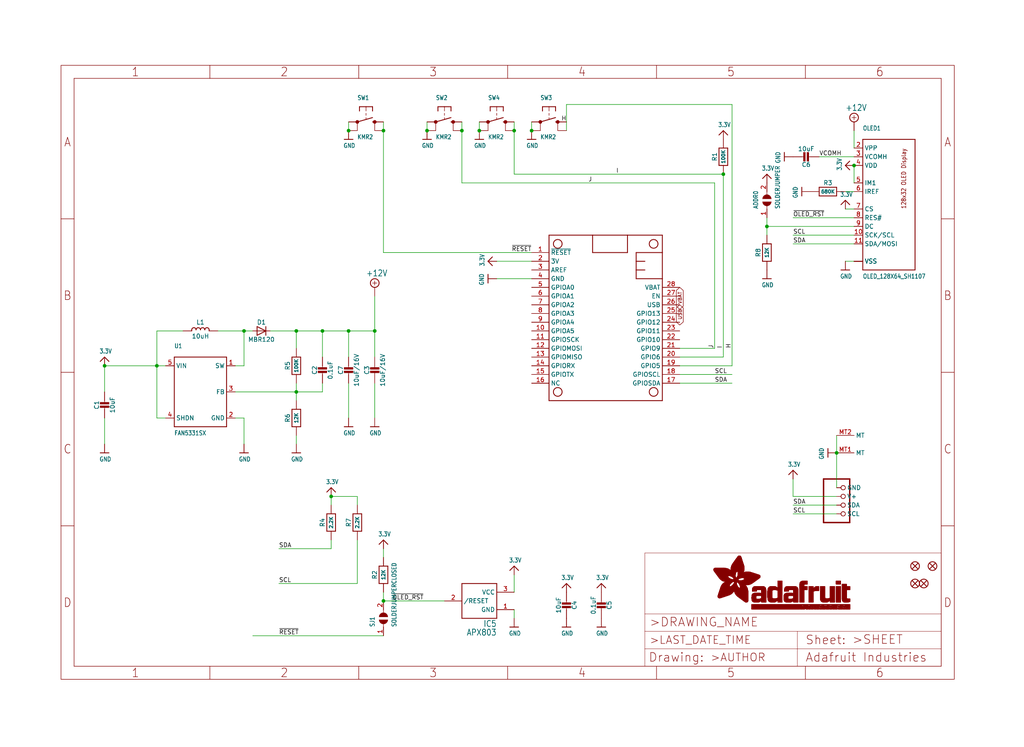
<source format=kicad_sch>
(kicad_sch (version 20211123) (generator eeschema)
  (paper "User" 298.45 217.881)
  (lib_symbols
    (symbol "eagleSchem-eagle-import:+12V" (power)
      (property "Value" "+12V" (at -2.54 3.175 0))
      (symbol "+12V_1_0"
        (pin power_in line (at 0 -2.54 90) (length 2.54) (name "+12V") (number "1"))
      )
    )
    (symbol "eagleSchem-eagle-import:3.3V" (power)
      (property "Value" "3.3V" (at -1.524 1.016 0))
      (symbol "3.3V_1_0"
        (pin power_in line (at 0 -2.54 90) (length 2.54) (name "3.3V") (number "1"))
      )
    )
    (symbol "eagleSchem-eagle-import:AXP083-SAG"
      (property "Reference" "IC" (at -5.08 -7.62 0))
      (property "Value" "AXP083-SAG" (at -5.08 -10.16 0))
      (symbol "AXP083-SAG_1_0"
        (pin power_in line (at -10.16 -2.54 0) (length 5.08) (name "GND") (number "1"))
        (pin output line (at 10.16 0 180) (length 5.08) (name "/RESET") (number "2"))
        (pin power_in line (at -10.16 2.54 0) (length 5.08) (name "VCC") (number "3"))
      )
    )
    (symbol "eagleSchem-eagle-import:CAP_CERAMIC0603_NO"
      (property "Reference" "C" (at -2.29 1.25 90))
      (property "Value" "CAP_CERAMIC0603_NO" (at 2.3 1.25 90))
      (symbol "CAP_CERAMIC0603_NO_1_0"
        (pin passive line (at 0 5.08 270) (length 2.54) (name "1") (number "1"))
        (pin passive line (at 0 -2.54 90) (length 2.54) (name "2") (number "2"))
      )
    )
    (symbol "eagleSchem-eagle-import:CAP_CERAMIC0805-NOOUTLINE"
      (property "Reference" "C" (at -2.29 1.25 90))
      (property "Value" "CAP_CERAMIC0805-NOOUTLINE" (at 2.3 1.25 90))
      (symbol "CAP_CERAMIC0805-NOOUTLINE_1_0"
        (pin passive line (at 0 5.08 270) (length 2.54) (name "1") (number "1"))
        (pin passive line (at 0 -2.54 90) (length 2.54) (name "2") (number "2"))
      )
    )
    (symbol "eagleSchem-eagle-import:DIODESOD-123"
      (property "Reference" "D" (at 0 2.54 0))
      (property "Value" "DIODESOD-123" (at 0 -2.5 0))
      (symbol "DIODESOD-123_1_0"
        (pin passive line (at -2.54 0 0) (length 2.54) (name "A") (number "A"))
        (pin passive line (at 2.54 0 180) (length 2.54) (name "C") (number "C"))
      )
    )
    (symbol "eagleSchem-eagle-import:FEATHERWING_NODIM"
      (symbol "FEATHERWING_NODIM_1_0"
        (pin input line (at 5.08 -5.08 90) (length 5.08) (name "~{RESET}") (number "1"))
        (pin bidirectional line (at 27.94 -5.08 90) (length 5.08) (name "GPIOA5") (number "10"))
        (pin bidirectional line (at 30.48 -5.08 90) (length 5.08) (name "GPIOSCK") (number "11"))
        (pin bidirectional line (at 33.02 -5.08 90) (length 5.08) (name "GPIOMOSI") (number "12"))
        (pin bidirectional line (at 35.56 -5.08 90) (length 5.08) (name "GPIOMISO") (number "13"))
        (pin bidirectional line (at 38.1 -5.08 90) (length 5.08) (name "GPIORX") (number "14"))
        (pin bidirectional line (at 40.64 -5.08 90) (length 5.08) (name "GPIOTX") (number "15"))
        (pin passive line (at 43.18 -5.08 90) (length 5.08) (name "NC") (number "16"))
        (pin bidirectional line (at 43.18 38.1 270) (length 5.08) (name "GPIOSDA") (number "17"))
        (pin bidirectional line (at 40.64 38.1 270) (length 5.08) (name "GPIOSCL") (number "18"))
        (pin bidirectional line (at 38.1 38.1 270) (length 5.08) (name "GPIO5") (number "19"))
        (pin power_in line (at 7.62 -5.08 90) (length 5.08) (name "3V") (number "2"))
        (pin bidirectional line (at 35.56 38.1 270) (length 5.08) (name "GPIO6") (number "20"))
        (pin bidirectional line (at 33.02 38.1 270) (length 5.08) (name "GPIO9") (number "21"))
        (pin bidirectional line (at 30.48 38.1 270) (length 5.08) (name "GPIO10") (number "22"))
        (pin bidirectional line (at 27.94 38.1 270) (length 5.08) (name "GPIO11") (number "23"))
        (pin bidirectional line (at 25.4 38.1 270) (length 5.08) (name "GPIO12") (number "24"))
        (pin bidirectional line (at 22.86 38.1 270) (length 5.08) (name "GPIO13") (number "25"))
        (pin power_in line (at 20.32 38.1 270) (length 5.08) (name "USB") (number "26"))
        (pin passive line (at 17.78 38.1 270) (length 5.08) (name "EN") (number "27"))
        (pin power_in line (at 15.24 38.1 270) (length 5.08) (name "VBAT") (number "28"))
        (pin passive line (at 10.16 -5.08 90) (length 5.08) (name "AREF") (number "3"))
        (pin power_in line (at 12.7 -5.08 90) (length 5.08) (name "GND") (number "4"))
        (pin bidirectional line (at 15.24 -5.08 90) (length 5.08) (name "GPIOA0") (number "5"))
        (pin bidirectional line (at 17.78 -5.08 90) (length 5.08) (name "GPIOA1") (number "6"))
        (pin bidirectional line (at 20.32 -5.08 90) (length 5.08) (name "GPIOA2") (number "7"))
        (pin bidirectional line (at 22.86 -5.08 90) (length 5.08) (name "GPIOA3") (number "8"))
        (pin bidirectional line (at 25.4 -5.08 90) (length 5.08) (name "GPIOA4") (number "9"))
      )
    )
    (symbol "eagleSchem-eagle-import:FIDUCIAL_1MM")
    (symbol "eagleSchem-eagle-import:FRAME_A4_ADAFRUIT"
      (symbol "FRAME_A4_ADAFRUIT_1_0"
        (text "1" (at 21.6958 1.905 0) (effects (font (size 2.54 2.286))))
        (text "1" (at 21.6958 177.165 0) (effects (font (size 2.54 2.286))))
        (text "2" (at 65.0875 1.905 0) (effects (font (size 2.54 2.286))))
        (text "2" (at 65.0875 177.165 0) (effects (font (size 2.54 2.286))))
        (text "3" (at 108.4792 1.905 0) (effects (font (size 2.54 2.286))))
        (text "3" (at 108.4792 177.165 0) (effects (font (size 2.54 2.286))))
        (text "4" (at 151.8708 1.905 0) (effects (font (size 2.54 2.286))))
        (text "4" (at 151.8708 177.165 0) (effects (font (size 2.54 2.286))))
        (text "5" (at 195.2625 1.905 0) (effects (font (size 2.54 2.286))))
        (text "5" (at 195.2625 177.165 0) (effects (font (size 2.54 2.286))))
        (text "6" (at 238.6542 1.905 0) (effects (font (size 2.54 2.286))))
        (text "6" (at 238.6542 177.165 0) (effects (font (size 2.54 2.286))))
        (text ">AUTHOR" (at 189.23 5.08 0) (effects (font (size 2.286 2.286)) (justify left bottom)))
        (text ">DRAWING_NAME" (at 171.45 15.24 0) (effects (font (size 2.54 2.54)) (justify left bottom)))
        (text ">LAST_DATE_TIME" (at 171.45 10.16 0) (effects (font (size 2.286 2.286)) (justify left bottom)))
        (text ">SHEET" (at 230.505 10.16 0) (effects (font (size 2.54 2.54)) (justify left bottom)))
        (text "A" (at 1.905 156.6863 0) (effects (font (size 2.54 2.286))))
        (text "A" (at 258.445 156.6863 0) (effects (font (size 2.54 2.286))))
        (text "Adafruit Industries" (at 216.916 4.953 0) (effects (font (size 2.54 2.54)) (justify left bottom)))
        (text "B" (at 1.905 111.9188 0) (effects (font (size 2.54 2.286))))
        (text "B" (at 258.445 111.9188 0) (effects (font (size 2.54 2.286))))
        (text "C" (at 1.905 67.1513 0) (effects (font (size 2.54 2.286))))
        (text "C" (at 258.445 67.1513 0) (effects (font (size 2.54 2.286))))
        (text "D" (at 1.905 22.3838 0) (effects (font (size 2.54 2.286))))
        (text "D" (at 258.445 22.3838 0) (effects (font (size 2.54 2.286))))
        (text "Drawing:" (at 171.196 4.953 0) (effects (font (size 2.54 2.54)) (justify left bottom)))
        (text "Sheet:" (at 216.916 10.033 0) (effects (font (size 2.54 2.54)) (justify left bottom)))
      )
    )
    (symbol "eagleSchem-eagle-import:GND" (power)
      (property "Value" "GND" (at -1.524 -2.54 0))
      (symbol "GND_1_0"
        (pin power_in line (at 0 2.54 270) (length 2.54) (name "GND") (number "1"))
      )
    )
    (symbol "eagleSchem-eagle-import:INDUCTOR"
      (property "Reference" "L" (at 0 2.54 0))
      (property "Value" "INDUCTOR" (at 0 -1.54 0))
      (symbol "INDUCTOR_1_0"
        (pin passive line (at -5.08 0 0) (length 2.54) (name "1") (number "P$1"))
        (pin passive line (at 5.08 0 180) (length 2.54) (name "2") (number "P$2"))
      )
    )
    (symbol "eagleSchem-eagle-import:OLED_128X64_SH1107"
      (property "Reference" "OLED" (at -7.62 22.86 0))
      (property "Value" "OLED_128X64_SH1107" (at -7.62 -20.32 0))
      (symbol "OLED_128X64_SH1107_1_0"
        (text "128x32 OLED Display" (at 5.08 0 900) (effects (font (size 1.27 1.0795)) (justify left bottom)))
        (pin power_in line (at -10.16 -15.24 0) (length 2.54) (name "VSS") (number "1"))
        (pin input line (at -10.16 -7.62 0) (length 2.54) (name "SCK/SCL") (number "10"))
        (pin input line (at -10.16 -10.16 0) (length 2.54) (name "SDA/MOSI") (number "11"))
        (pin power_in line (at -10.16 -15.24 0) (length 2.54) (name "VSS") (number "12"))
        (pin power_in line (at -10.16 -15.24 0) (length 2.54) (name "VSS") (number "13"))
        (pin power_in line (at -10.16 17.78 0) (length 2.54) (name "VPP") (number "2"))
        (pin power_in line (at -10.16 15.24 0) (length 2.54) (name "VCOMH") (number "3"))
        (pin power_in line (at -10.16 12.7 0) (length 2.54) (name "VDD") (number "4"))
        (pin input line (at -10.16 7.62 0) (length 2.54) (name "IM1") (number "5"))
        (pin bidirectional line (at -10.16 5.08 0) (length 2.54) (name "IREF") (number "6"))
        (pin input line (at -10.16 0 0) (length 2.54) (name "CS") (number "7"))
        (pin input line (at -10.16 -2.54 0) (length 2.54) (name "RES#") (number "8"))
        (pin input line (at -10.16 -5.08 0) (length 2.54) (name "DC") (number "9"))
      )
    )
    (symbol "eagleSchem-eagle-import:RESISTOR_0603_NOOUT"
      (property "Reference" "R" (at 0 2.54 0))
      (property "Value" "RESISTOR_0603_NOOUT" (at 0 0 0))
      (symbol "RESISTOR_0603_NOOUT_1_0"
        (pin passive line (at -5.08 0 0) (length 2.54) (name "1") (number "1"))
        (pin passive line (at 5.08 0 180) (length 2.54) (name "2") (number "2"))
      )
    )
    (symbol "eagleSchem-eagle-import:SOLDERJUMPER"
      (property "Reference" "SJ" (at -2.54 2.54 0))
      (property "Value" "SOLDERJUMPER" (at -2.54 -3.81 0))
      (symbol "SOLDERJUMPER_1_0"
        (pin passive line (at -5.08 0 0) (length 2.54) (name "1") (number "1"))
        (pin passive line (at 5.08 0 180) (length 2.54) (name "2") (number "2"))
      )
    )
    (symbol "eagleSchem-eagle-import:SOLDERJUMPERCLOSED"
      (property "Reference" "SJ" (at -2.54 2.54 0))
      (property "Value" "SOLDERJUMPERCLOSED" (at -2.54 -3.81 0))
      (symbol "SOLDERJUMPERCLOSED_1_0"
        (pin passive line (at -5.08 0 0) (length 2.54) (name "1") (number "1"))
        (pin passive line (at 5.08 0 180) (length 2.54) (name "2") (number "2"))
      )
    )
    (symbol "eagleSchem-eagle-import:STEMMA_I2C_QT"
      (symbol "STEMMA_I2C_QT_1_0"
        (pin passive inverted (at 0 5.08 0) (length 2.54) (name "GND") (number "1"))
        (pin passive inverted (at 0 2.54 0) (length 2.54) (name "V+") (number "2"))
        (pin passive inverted (at 0 0 0) (length 2.54) (name "SDA") (number "3"))
        (pin passive inverted (at 0 -2.54 0) (length 2.54) (name "SCL") (number "4"))
      )
      (symbol "STEMMA_I2C_QT_2_0"
        (pin bidirectional line (at 0 0 0) (length 5.08) (name "MT") (number "MT1"))
      )
      (symbol "STEMMA_I2C_QT_3_0"
        (pin bidirectional line (at 0 0 0) (length 5.08) (name "MT") (number "MT2"))
      )
    )
    (symbol "eagleSchem-eagle-import:SWITCH_TACT_SMT4.6X2.8"
      (property "Reference" "SW" (at -2.54 6.35 0))
      (property "Value" "SWITCH_TACT_SMT4.6X2.8" (at -2.54 -5.08 0))
      (symbol "SWITCH_TACT_SMT4.6X2.8_1_0"
        (pin passive line (at -5.08 0 0) (length 2.54) (name "P") (number "A"))
        (pin passive line (at -5.08 -2.54 0) (length 2.54) (name "P1") (number "A'"))
        (pin passive line (at 5.08 0 180) (length 2.54) (name "S") (number "B"))
        (pin passive line (at 5.08 -2.54 180) (length 2.54) (name "S1") (number "B'"))
      )
    )
    (symbol "eagleSchem-eagle-import:VREG_FAN5331"
      (property "Reference" "U" (at -7.62 12.7 0))
      (property "Value" "VREG_FAN5331" (at -7.62 -12.7 0))
      (symbol "VREG_FAN5331_1_0"
        (pin bidirectional line (at 10.16 7.62 180) (length 2.54) (name "SW") (number "1"))
        (pin bidirectional line (at 10.16 -7.62 180) (length 2.54) (name "GND") (number "2"))
        (pin bidirectional line (at 10.16 0 180) (length 2.54) (name "FB") (number "3"))
        (pin bidirectional line (at -10.16 -7.62 0) (length 2.54) (name "SHDN") (number "4"))
        (pin bidirectional line (at -10.16 7.62 0) (length 2.54) (name "VIN") (number "5"))
      )
    )
  )
  (junction (at 86.36 96.52))
  (junction (at 139.7 38.1))
  (junction (at 134.62 38.1))
  (junction (at 248.92 48.26))
  (junction (at 109.22 96.52))
  (junction (at 101.6 96.52))
  (junction (at 111.76 38.1))
  (junction (at 86.36 114.3))
  (junction (at 111.76 175.26))
  (junction (at 223.52 66.04))
  (junction (at 93.98 96.52))
  (junction (at 124.46 38.1))
  (junction (at 243.84 132.08))
  (junction (at 149.86 38.1))
  (junction (at 96.52 144.78))
  (junction (at 45.72 106.68))
  (junction (at 101.6 38.1))
  (junction (at 154.94 38.1))
  (junction (at 30.48 106.68))
  (junction (at 210.82 50.8))
  (junction (at 71.12 96.52))
  (wire (pts (xy 86.36 116.84) (xy 86.36 114.3)))
  (wire (pts (xy 93.98 114.3) (xy 93.98 111.76)))
  (wire (pts (xy 246.38 60.96) (xy 248.92 60.96)))
  (wire (pts (xy 149.86 177.8) (xy 149.86 180.34)))
  (wire (pts (xy 231.14 149.86) (xy 243.84 149.86)))
  (wire (pts (xy 231.14 63.5) (xy 248.92 63.5)))
  (wire (pts (xy 109.22 96.52) (xy 109.22 104.14)))
  (wire (pts (xy 101.6 35.56) (xy 101.6 38.1)))
  (wire (pts (xy 63.5 96.52) (xy 71.12 96.52)))
  (wire (pts (xy 144.78 76.2) (xy 154.94 76.2)))
  (wire (pts (xy 86.36 114.3) (xy 86.36 111.76)))
  (wire (pts (xy 129.54 175.26) (xy 111.76 175.26)))
  (wire (pts (xy 104.14 170.18) (xy 81.28 170.18)))
  (wire (pts (xy 96.52 160.02) (xy 81.28 160.02)))
  (wire (pts (xy 45.72 106.68) (xy 45.72 96.52)))
  (wire (pts (xy 78.74 96.52) (xy 86.36 96.52)))
  (wire (pts (xy 198.12 109.22) (xy 213.36 109.22)))
  (wire (pts (xy 246.38 76.2) (xy 248.92 76.2)))
  (wire (pts (xy 139.7 35.56) (xy 139.7 38.1)))
  (wire (pts (xy 149.86 38.1) (xy 149.86 50.8)))
  (wire (pts (xy 45.72 121.92) (xy 45.72 106.68)))
  (wire (pts (xy 231.14 144.78) (xy 231.14 139.7)))
  (wire (pts (xy 243.84 147.32) (xy 231.14 147.32)))
  (wire (pts (xy 109.22 96.52) (xy 109.22 86.36)))
  (wire (pts (xy 231.14 68.58) (xy 248.92 68.58)))
  (wire (pts (xy 243.84 132.08) (xy 243.84 142.24)))
  (wire (pts (xy 243.84 144.78) (xy 231.14 144.78)))
  (wire (pts (xy 71.12 96.52) (xy 71.12 106.68)))
  (wire (pts (xy 93.98 104.14) (xy 93.98 96.52)))
  (wire (pts (xy 198.12 106.68) (xy 213.36 106.68)))
  (wire (pts (xy 111.76 38.1) (xy 111.76 73.66)))
  (wire (pts (xy 96.52 147.32) (xy 96.52 144.78)))
  (wire (pts (xy 71.12 106.68) (xy 68.58 106.68)))
  (wire (pts (xy 111.76 175.26) (xy 111.76 172.72)))
  (wire (pts (xy 165.1 30.48) (xy 165.1 38.1)))
  (wire (pts (xy 134.62 35.56) (xy 134.62 38.1)))
  (wire (pts (xy 111.76 73.66) (xy 154.94 73.66)))
  (wire (pts (xy 71.12 121.92) (xy 71.12 129.54)))
  (wire (pts (xy 68.58 121.92) (xy 71.12 121.92)))
  (wire (pts (xy 248.92 38.1) (xy 248.92 43.18)))
  (wire (pts (xy 111.76 185.42) (xy 73.66 185.42)))
  (wire (pts (xy 246.38 55.88) (xy 248.92 55.88)))
  (wire (pts (xy 124.46 35.56) (xy 124.46 38.1)))
  (wire (pts (xy 45.72 96.52) (xy 53.34 96.52)))
  (wire (pts (xy 104.14 157.48) (xy 104.14 170.18)))
  (wire (pts (xy 223.52 66.04) (xy 248.92 66.04)))
  (wire (pts (xy 109.22 111.76) (xy 109.22 121.92)))
  (wire (pts (xy 134.62 53.34) (xy 208.28 53.34)))
  (wire (pts (xy 93.98 96.52) (xy 101.6 96.52)))
  (wire (pts (xy 30.48 121.92) (xy 30.48 129.54)))
  (wire (pts (xy 223.52 63.5) (xy 223.52 66.04)))
  (wire (pts (xy 248.92 71.12) (xy 231.14 71.12)))
  (wire (pts (xy 210.82 50.8) (xy 210.82 104.14)))
  (wire (pts (xy 213.36 30.48) (xy 213.36 106.68)))
  (wire (pts (xy 104.14 144.78) (xy 96.52 144.78)))
  (wire (pts (xy 48.26 121.92) (xy 45.72 121.92)))
  (wire (pts (xy 248.92 48.26) (xy 248.92 53.34)))
  (wire (pts (xy 208.28 53.34) (xy 208.28 101.6)))
  (wire (pts (xy 86.36 114.3) (xy 93.98 114.3)))
  (wire (pts (xy 48.26 106.68) (xy 45.72 106.68)))
  (wire (pts (xy 165.1 30.48) (xy 213.36 30.48)))
  (wire (pts (xy 198.12 104.14) (xy 210.82 104.14)))
  (wire (pts (xy 149.86 50.8) (xy 210.82 50.8)))
  (wire (pts (xy 238.76 45.72) (xy 248.92 45.72)))
  (wire (pts (xy 111.76 35.56) (xy 111.76 38.1)))
  (wire (pts (xy 198.12 111.76) (xy 213.36 111.76)))
  (wire (pts (xy 111.76 162.56) (xy 111.76 160.02)))
  (wire (pts (xy 154.94 35.56) (xy 154.94 38.1)))
  (wire (pts (xy 30.48 106.68) (xy 30.48 114.3)))
  (wire (pts (xy 86.36 127) (xy 86.36 129.54)))
  (wire (pts (xy 101.6 96.52) (xy 101.6 104.14)))
  (wire (pts (xy 149.86 172.72) (xy 149.86 167.64)))
  (wire (pts (xy 101.6 121.92) (xy 101.6 111.76)))
  (wire (pts (xy 149.86 35.56) (xy 149.86 38.1)))
  (wire (pts (xy 223.52 66.04) (xy 223.52 68.58)))
  (wire (pts (xy 68.58 114.3) (xy 86.36 114.3)))
  (wire (pts (xy 96.52 160.02) (xy 96.52 157.48)))
  (wire (pts (xy 243.84 127) (xy 243.84 132.08)))
  (wire (pts (xy 86.36 96.52) (xy 93.98 96.52)))
  (wire (pts (xy 198.12 101.6) (xy 208.28 101.6)))
  (wire (pts (xy 134.62 38.1) (xy 134.62 53.34)))
  (wire (pts (xy 101.6 96.52) (xy 109.22 96.52)))
  (wire (pts (xy 86.36 96.52) (xy 86.36 101.6)))
  (wire (pts (xy 45.72 106.68) (xy 30.48 106.68)))
  (wire (pts (xy 71.12 96.52) (xy 73.66 96.52)))
  (wire (pts (xy 104.14 147.32) (xy 104.14 144.78)))
  (wire (pts (xy 144.78 81.28) (xy 154.94 81.28)))
  (label "~{RESET}" (at 154.94 73.66 180) (effects (font (size 1.2446 1.2446))))
  (label "SDA" (at 208.28 111.76 0) (effects (font (size 1.2446 1.2446))))
  (label "J" (at 208.28 101.6 90) (effects (font (size 1.2446 1.2446))))
  (label "H" (at 213.36 101.6 90) (effects (font (size 1.2446 1.2446))))
  (label "I" (at 210.82 101.6 90) (effects (font (size 1.2446 1.2446))))
  (label "SCL" (at 231.14 68.58 0) (effects (font (size 1.2446 1.2446))))
  (label "SDA" (at 231.14 71.12 0) (effects (font (size 1.2446 1.2446))))
  (label "VCOMH" (at 238.76 45.72 0) (effects (font (size 1.2446 1.2446))))
  (label "J" (at 171.45 53.34 0) (effects (font (size 1.2446 1.2446))))
  (label "I" (at 180.34 50.8 180) (effects (font (size 1.2446 1.2446))))
  (label "~{OLED_RST}" (at 114.3 175.26 0) (effects (font (size 1.2446 1.2446))))
  (label "SCL" (at 208.28 109.22 0) (effects (font (size 1.2446 1.2446))))
  (label "~{RESET}" (at 81.28 185.42 0) (effects (font (size 1.2446 1.2446))))
  (label "SDA" (at 231.14 147.32 0) (effects (font (size 1.2446 1.2446))))
  (label "SCL" (at 231.14 149.86 0) (effects (font (size 1.2446 1.2446))))
  (label "SCL" (at 81.28 170.18 0) (effects (font (size 1.2446 1.2446))))
  (label "~{OLED_RST}" (at 231.14 63.5 0) (effects (font (size 1.2446 1.2446))))
  (label "SDA" (at 81.28 160.02 0) (effects (font (size 1.2446 1.2446))))
  (label "H" (at 165.1 35.56 180) (effects (font (size 1.2446 1.2446))))
  (global_label "USB" (shape bidirectional) (at 198.12 88.9 270) (effects (font (size 1.016 1.016))) (property "Intersheet References" "${INTERSHEET_REFS}" (effects hide)))
  (global_label "VBAT" (shape bidirectional) (at 198.12 83.82 270) (effects (font (size 1.016 1.016))) (property "Intersheet References" "${INTERSHEET_REFS}" (effects hide)))
  (symbol (lib_id "eagleSchem-eagle-import:RESISTOR_0603_NOOUT") (at 96.52 152.4 90) (unit 1)
    (property "Reference" "R4" (at 93.98 152.4 0))
    (property "Value" "2.2K" (at 96.52 152.4 0) (effects (font (size 1.016 1.016) bold)))
    (property "Footprint" "eagleSchem:0603-NO" (effects hide))
  )
  (symbol (lib_id "eagleSchem-eagle-import:3.3V") (at 246.38 58.42 0) (unit 1)
    (property "Reference" "#U$2" (effects hide))
    (property "Value" "3.3V" (at 244.856 57.404 0) (effects (font (size 1.27 1.0795)) (justify left bottom)))
    (property "Footprint" "eagleSchem:" (effects hide))
  )
  (symbol (lib_id "eagleSchem-eagle-import:STEMMA_I2C_QT") (at 243.84 132.08 0) (unit 2)
    (property "Reference" "CONN1" (effects hide))
    (property "Value" "STEMMA_I2C_QT" (effects hide))
    (property "Footprint" "eagleSchem:JST_SH4" (effects hide))
  )
  (symbol (lib_id "eagleSchem-eagle-import:CAP_CERAMIC0805-NOOUTLINE") (at 109.22 109.22 0) (unit 1)
    (property "Reference" "C3" (at 106.93 107.97 90))
    (property "Value" "10uF/16V" (at 111.52 107.97 90))
    (property "Footprint" "eagleSchem:0805-NO" (effects hide))
  )
  (symbol (lib_id "eagleSchem-eagle-import:AXP083-SAG") (at 139.7 175.26 0) (mirror y) (unit 1)
    (property "Reference" "IC5" (at 144.78 182.88 0) (effects (font (size 1.778 1.5113)) (justify left bottom)))
    (property "Value" "APX803" (at 144.78 185.42 0) (effects (font (size 1.778 1.5113)) (justify left bottom)))
    (property "Footprint" "eagleSchem:SOT23" (effects hide))
  )
  (symbol (lib_id "eagleSchem-eagle-import:3.3V") (at 246.38 48.26 90) (unit 1)
    (property "Reference" "#U$15" (effects hide))
    (property "Value" "3.3V" (at 245.364 49.784 0) (effects (font (size 1.27 1.0795)) (justify left bottom)))
    (property "Footprint" "eagleSchem:" (effects hide))
  )
  (symbol (lib_id "eagleSchem-eagle-import:3.3V") (at 210.82 38.1 0) (unit 1)
    (property "Reference" "#U$3" (effects hide))
    (property "Value" "3.3V" (at 209.296 37.084 0) (effects (font (size 1.27 1.0795)) (justify left bottom)))
    (property "Footprint" "eagleSchem:" (effects hide))
  )
  (symbol (lib_id "eagleSchem-eagle-import:3.3V") (at 175.26 170.18 0) (unit 1)
    (property "Reference" "#U$33" (effects hide))
    (property "Value" "3.3V" (at 173.736 169.164 0) (effects (font (size 1.27 1.0795)) (justify left bottom)))
    (property "Footprint" "eagleSchem:" (effects hide))
  )
  (symbol (lib_id "eagleSchem-eagle-import:VREG_FAN5331") (at 58.42 114.3 0) (unit 1)
    (property "Reference" "U1" (at 50.8 101.6 0) (effects (font (size 1.27 1.0795)) (justify left bottom)))
    (property "Value" "FAN5331SX" (at 50.8 127 0) (effects (font (size 1.27 1.0795)) (justify left bottom)))
    (property "Footprint" "eagleSchem:SOT23-5" (effects hide))
  )
  (symbol (lib_id "eagleSchem-eagle-import:GND") (at 175.26 182.88 0) (unit 1)
    (property "Reference" "#U$34" (effects hide))
    (property "Value" "GND" (at 173.736 185.42 0) (effects (font (size 1.27 1.0795)) (justify left bottom)))
    (property "Footprint" "eagleSchem:" (effects hide))
  )
  (symbol (lib_id "eagleSchem-eagle-import:CAP_CERAMIC0805-NOOUTLINE") (at 30.48 119.38 0) (unit 1)
    (property "Reference" "C1" (at 28.19 118.13 90))
    (property "Value" "10uF" (at 32.78 118.13 90))
    (property "Footprint" "eagleSchem:0805-NO" (effects hide))
  )
  (symbol (lib_id "eagleSchem-eagle-import:GND") (at 154.94 40.64 0) (unit 1)
    (property "Reference" "#U$12" (effects hide))
    (property "Value" "GND" (at 153.416 43.18 0) (effects (font (size 1.27 1.0795)) (justify left bottom)))
    (property "Footprint" "eagleSchem:" (effects hide))
  )
  (symbol (lib_id "eagleSchem-eagle-import:FIDUCIAL_1MM") (at 269.24 170.18 0) (unit 1)
    (property "Reference" "FID4" (effects hide))
    (property "Value" "FIDUCIAL_1MM" (effects hide))
    (property "Footprint" "eagleSchem:FIDUCIAL_1MM" (effects hide))
  )
  (symbol (lib_id "eagleSchem-eagle-import:GND") (at 241.3 132.08 270) (unit 1)
    (property "Reference" "#U$29" (effects hide))
    (property "Value" "GND" (at 238.76 130.556 0) (effects (font (size 1.27 1.0795)) (justify left bottom)))
    (property "Footprint" "eagleSchem:" (effects hide))
  )
  (symbol (lib_id "eagleSchem-eagle-import:CAP_CERAMIC0805-NOOUTLINE") (at 101.6 109.22 0) (unit 1)
    (property "Reference" "C7" (at 99.31 107.97 90))
    (property "Value" "10uF/16V" (at 103.9 107.97 90))
    (property "Footprint" "eagleSchem:0805-NO" (effects hide))
  )
  (symbol (lib_id "eagleSchem-eagle-import:FIDUCIAL_1MM") (at 266.7 170.18 0) (unit 1)
    (property "Reference" "FID3" (effects hide))
    (property "Value" "FIDUCIAL_1MM" (effects hide))
    (property "Footprint" "eagleSchem:FIDUCIAL_1MM" (effects hide))
  )
  (symbol (lib_id "eagleSchem-eagle-import:GND") (at 109.22 124.46 0) (unit 1)
    (property "Reference" "#U$26" (effects hide))
    (property "Value" "GND" (at 107.696 127 0) (effects (font (size 1.27 1.0795)) (justify left bottom)))
    (property "Footprint" "eagleSchem:" (effects hide))
  )
  (symbol (lib_id "eagleSchem-eagle-import:SWITCH_TACT_SMT4.6X2.8") (at 106.68 35.56 0) (unit 1)
    (property "Reference" "SW1" (at 104.14 29.21 0) (effects (font (size 1.27 1.0795)) (justify left bottom)))
    (property "Value" "KMR2" (at 104.14 40.64 0) (effects (font (size 1.27 1.0795)) (justify left bottom)))
    (property "Footprint" "eagleSchem:BTN_KMR2_4.6X2.8" (effects hide))
  )
  (symbol (lib_id "eagleSchem-eagle-import:GND") (at 124.46 40.64 0) (unit 1)
    (property "Reference" "#U$10" (effects hide))
    (property "Value" "GND" (at 122.936 43.18 0) (effects (font (size 1.27 1.0795)) (justify left bottom)))
    (property "Footprint" "eagleSchem:" (effects hide))
  )
  (symbol (lib_id "eagleSchem-eagle-import:3.3V") (at 223.52 50.8 0) (unit 1)
    (property "Reference" "#U$30" (effects hide))
    (property "Value" "3.3V" (at 221.996 49.784 0) (effects (font (size 1.27 1.0795)) (justify left bottom)))
    (property "Footprint" "eagleSchem:" (effects hide))
  )
  (symbol (lib_id "eagleSchem-eagle-import:RESISTOR_0603_NOOUT") (at 86.36 121.92 90) (unit 1)
    (property "Reference" "R6" (at 83.82 121.92 0))
    (property "Value" "12K" (at 86.36 121.92 0) (effects (font (size 1.016 1.016) bold)))
    (property "Footprint" "eagleSchem:0603-NO" (effects hide))
  )
  (symbol (lib_id "eagleSchem-eagle-import:3.3V") (at 111.76 157.48 0) (unit 1)
    (property "Reference" "#U$21" (effects hide))
    (property "Value" "3.3V" (at 110.236 156.464 0) (effects (font (size 1.27 1.0795)) (justify left bottom)))
    (property "Footprint" "eagleSchem:" (effects hide))
  )
  (symbol (lib_id "eagleSchem-eagle-import:GND") (at 233.68 55.88 270) (unit 1)
    (property "Reference" "#U$19" (effects hide))
    (property "Value" "GND" (at 231.14 54.356 0) (effects (font (size 1.27 1.0795)) (justify left bottom)))
    (property "Footprint" "eagleSchem:" (effects hide))
  )
  (symbol (lib_id "eagleSchem-eagle-import:STEMMA_I2C_QT") (at 243.84 147.32 0) (unit 1)
    (property "Reference" "CONN1" (effects hide))
    (property "Value" "STEMMA_I2C_QT" (effects hide))
    (property "Footprint" "eagleSchem:JST_SH4" (effects hide))
  )
  (symbol (lib_id "eagleSchem-eagle-import:SWITCH_TACT_SMT4.6X2.8") (at 144.78 35.56 0) (unit 1)
    (property "Reference" "SW4" (at 142.24 29.21 0) (effects (font (size 1.27 1.0795)) (justify left bottom)))
    (property "Value" "KMR2" (at 142.24 40.64 0) (effects (font (size 1.27 1.0795)) (justify left bottom)))
    (property "Footprint" "eagleSchem:BTN_KMR2_4.6X2.8" (effects hide))
  )
  (symbol (lib_id "eagleSchem-eagle-import:+12V") (at 248.92 35.56 0) (unit 1)
    (property "Reference" "#SUPPLY1" (effects hide))
    (property "Value" "+12V" (at 246.38 32.385 0) (effects (font (size 1.778 1.5113)) (justify left bottom)))
    (property "Footprint" "eagleSchem:" (effects hide))
  )
  (symbol (lib_id "eagleSchem-eagle-import:SWITCH_TACT_SMT4.6X2.8") (at 129.54 35.56 0) (unit 1)
    (property "Reference" "SW2" (at 127 29.21 0) (effects (font (size 1.27 1.0795)) (justify left bottom)))
    (property "Value" "KMR2" (at 127 40.64 0) (effects (font (size 1.27 1.0795)) (justify left bottom)))
    (property "Footprint" "eagleSchem:BTN_KMR2_4.6X2.8" (effects hide))
  )
  (symbol (lib_id "eagleSchem-eagle-import:SWITCH_TACT_SMT4.6X2.8") (at 160.02 35.56 0) (unit 1)
    (property "Reference" "SW3" (at 157.48 29.21 0) (effects (font (size 1.27 1.0795)) (justify left bottom)))
    (property "Value" "KMR2" (at 157.48 40.64 0) (effects (font (size 1.27 1.0795)) (justify left bottom)))
    (property "Footprint" "eagleSchem:BTN_KMR2_4.6X2.8" (effects hide))
  )
  (symbol (lib_id "eagleSchem-eagle-import:3.3V") (at 149.86 165.1 0) (unit 1)
    (property "Reference" "#U$31" (effects hide))
    (property "Value" "3.3V" (at 148.336 164.084 0) (effects (font (size 1.27 1.0795)) (justify left bottom)))
    (property "Footprint" "eagleSchem:" (effects hide))
  )
  (symbol (lib_id "eagleSchem-eagle-import:GND") (at 30.48 132.08 0) (unit 1)
    (property "Reference" "#U$24" (effects hide))
    (property "Value" "GND" (at 28.956 134.62 0) (effects (font (size 1.27 1.0795)) (justify left bottom)))
    (property "Footprint" "eagleSchem:" (effects hide))
  )
  (symbol (lib_id "eagleSchem-eagle-import:FIDUCIAL_1MM") (at 266.7 165.1 0) (unit 1)
    (property "Reference" "FID2" (effects hide))
    (property "Value" "FIDUCIAL_1MM" (effects hide))
    (property "Footprint" "eagleSchem:FIDUCIAL_1MM" (effects hide))
  )
  (symbol (lib_id "eagleSchem-eagle-import:RESISTOR_0603_NOOUT") (at 210.82 45.72 90) (unit 1)
    (property "Reference" "R1" (at 208.28 45.72 0))
    (property "Value" "100K" (at 210.82 45.72 0) (effects (font (size 1.016 1.016) bold)))
    (property "Footprint" "eagleSchem:0603-NO" (effects hide))
  )
  (symbol (lib_id "eagleSchem-eagle-import:3.3V") (at 30.48 104.14 0) (unit 1)
    (property "Reference" "#U$28" (effects hide))
    (property "Value" "3.3V" (at 28.956 103.124 0) (effects (font (size 1.27 1.0795)) (justify left bottom)))
    (property "Footprint" "eagleSchem:" (effects hide))
  )
  (symbol (lib_id "eagleSchem-eagle-import:GND") (at 86.36 132.08 0) (unit 1)
    (property "Reference" "#U$5" (effects hide))
    (property "Value" "GND" (at 84.836 134.62 0) (effects (font (size 1.27 1.0795)) (justify left bottom)))
    (property "Footprint" "eagleSchem:" (effects hide))
  )
  (symbol (lib_id "eagleSchem-eagle-import:SOLDERJUMPERCLOSED") (at 111.76 180.34 90) (unit 1)
    (property "Reference" "SJ1" (at 109.22 182.88 0) (effects (font (size 1.27 1.0795)) (justify left bottom)))
    (property "Value" "SOLDERJUMPERCLOSED" (at 115.57 182.88 0) (effects (font (size 1.27 1.0795)) (justify left bottom)))
    (property "Footprint" "eagleSchem:SOLDERJUMPER_CLOSEDWIRE" (effects hide))
  )
  (symbol (lib_id "eagleSchem-eagle-import:GND") (at 165.1 182.88 0) (unit 1)
    (property "Reference" "#U$23" (effects hide))
    (property "Value" "GND" (at 163.576 185.42 0) (effects (font (size 1.27 1.0795)) (justify left bottom)))
    (property "Footprint" "eagleSchem:" (effects hide))
  )
  (symbol (lib_id "eagleSchem-eagle-import:CAP_CERAMIC0603_NO") (at 175.26 175.26 180) (unit 1)
    (property "Reference" "C5" (at 177.55 176.51 90))
    (property "Value" "0.1uF" (at 172.96 176.51 90))
    (property "Footprint" "eagleSchem:0603-NO" (effects hide))
  )
  (symbol (lib_id "eagleSchem-eagle-import:GND") (at 223.52 81.28 0) (unit 1)
    (property "Reference" "#U$32" (effects hide))
    (property "Value" "GND" (at 221.996 83.82 0) (effects (font (size 1.27 1.0795)) (justify left bottom)))
    (property "Footprint" "eagleSchem:" (effects hide))
  )
  (symbol (lib_id "eagleSchem-eagle-import:GND") (at 101.6 40.64 0) (unit 1)
    (property "Reference" "#U$9" (effects hide))
    (property "Value" "GND" (at 100.076 43.18 0) (effects (font (size 1.27 1.0795)) (justify left bottom)))
    (property "Footprint" "eagleSchem:" (effects hide))
  )
  (symbol (lib_id "eagleSchem-eagle-import:GND") (at 142.24 81.28 270) (unit 1)
    (property "Reference" "#U$7" (effects hide))
    (property "Value" "GND" (at 139.7 79.756 0) (effects (font (size 1.27 1.0795)) (justify left bottom)))
    (property "Footprint" "eagleSchem:" (effects hide))
  )
  (symbol (lib_id "eagleSchem-eagle-import:GND") (at 228.6 45.72 270) (unit 1)
    (property "Reference" "#U$20" (effects hide))
    (property "Value" "GND" (at 226.06 44.196 0) (effects (font (size 1.27 1.0795)) (justify left bottom)))
    (property "Footprint" "eagleSchem:" (effects hide))
  )
  (symbol (lib_id "eagleSchem-eagle-import:OLED_128X64_SH1107") (at 259.08 60.96 0) (unit 1)
    (property "Reference" "OLED1" (at 251.46 38.1 0) (effects (font (size 1.27 1.0795)) (justify left bottom)))
    (property "Value" "OLED_128X64_SH1107" (at 251.46 81.28 0) (effects (font (size 1.27 1.0795)) (justify left bottom)))
    (property "Footprint" "eagleSchem:QT1107P11A" (effects hide))
  )
  (symbol (lib_id "eagleSchem-eagle-import:3.3V") (at 165.1 170.18 0) (unit 1)
    (property "Reference" "#U$22" (effects hide))
    (property "Value" "3.3V" (at 163.576 169.164 0) (effects (font (size 1.27 1.0795)) (justify left bottom)))
    (property "Footprint" "eagleSchem:" (effects hide))
  )
  (symbol (lib_id "eagleSchem-eagle-import:RESISTOR_0603_NOOUT") (at 104.14 152.4 90) (unit 1)
    (property "Reference" "R7" (at 101.6 152.4 0))
    (property "Value" "2.2K" (at 104.14 152.4 0) (effects (font (size 1.016 1.016) bold)))
    (property "Footprint" "eagleSchem:0603-NO" (effects hide))
  )
  (symbol (lib_id "eagleSchem-eagle-import:GND") (at 101.6 124.46 0) (unit 1)
    (property "Reference" "#U$27" (effects hide))
    (property "Value" "GND" (at 100.076 127 0) (effects (font (size 1.27 1.0795)) (justify left bottom)))
    (property "Footprint" "eagleSchem:" (effects hide))
  )
  (symbol (lib_id "eagleSchem-eagle-import:RESISTOR_0603_NOOUT") (at 223.52 73.66 90) (unit 1)
    (property "Reference" "R8" (at 220.98 73.66 0))
    (property "Value" "12K" (at 223.52 73.66 0) (effects (font (size 1.016 1.016) bold)))
    (property "Footprint" "eagleSchem:0603-NO" (effects hide))
  )
  (symbol (lib_id "eagleSchem-eagle-import:3.3V") (at 231.14 137.16 0) (unit 1)
    (property "Reference" "#U$4" (effects hide))
    (property "Value" "3.3V" (at 229.616 136.144 0) (effects (font (size 1.27 1.0795)) (justify left bottom)))
    (property "Footprint" "eagleSchem:" (effects hide))
  )
  (symbol (lib_id "eagleSchem-eagle-import:GND") (at 246.38 78.74 0) (unit 1)
    (property "Reference" "#U$18" (effects hide))
    (property "Value" "GND" (at 244.856 81.28 0) (effects (font (size 1.27 1.0795)) (justify left bottom)))
    (property "Footprint" "eagleSchem:" (effects hide))
  )
  (symbol (lib_id "eagleSchem-eagle-import:INDUCTOR") (at 58.42 96.52 0) (unit 1)
    (property "Reference" "L1" (at 58.42 93.98 0))
    (property "Value" "10uH" (at 58.42 98.06 0))
    (property "Footprint" "eagleSchem:INDUCTOR_1007" (effects hide))
  )
  (symbol (lib_id "eagleSchem-eagle-import:FIDUCIAL_1MM") (at 271.78 165.1 0) (unit 1)
    (property "Reference" "FID1" (effects hide))
    (property "Value" "FIDUCIAL_1MM" (effects hide))
    (property "Footprint" "eagleSchem:FIDUCIAL_1MM" (effects hide))
  )
  (symbol (lib_id "eagleSchem-eagle-import:CAP_CERAMIC0603_NO") (at 93.98 109.22 0) (unit 1)
    (property "Reference" "C2" (at 91.69 107.97 90))
    (property "Value" "0.1uF" (at 96.28 107.97 90))
    (property "Footprint" "eagleSchem:0603-NO" (effects hide))
  )
  (symbol (lib_id "eagleSchem-eagle-import:3.3V") (at 142.24 76.2 90) (unit 1)
    (property "Reference" "#U$6" (effects hide))
    (property "Value" "3.3V" (at 141.224 77.724 0) (effects (font (size 1.27 1.0795)) (justify left bottom)))
    (property "Footprint" "eagleSchem:" (effects hide))
  )
  (symbol (lib_id "eagleSchem-eagle-import:RESISTOR_0603_NOOUT") (at 111.76 167.64 90) (unit 1)
    (property "Reference" "R2" (at 109.22 167.64 0))
    (property "Value" "12K" (at 111.76 167.64 0) (effects (font (size 1.016 1.016) bold)))
    (property "Footprint" "eagleSchem:0603-NO" (effects hide))
  )
  (symbol (lib_id "eagleSchem-eagle-import:CAP_CERAMIC0805-NOOUTLINE") (at 165.1 175.26 180) (unit 1)
    (property "Reference" "C4" (at 167.39 176.51 90))
    (property "Value" "10uF" (at 162.8 176.51 90))
    (property "Footprint" "eagleSchem:0805-NO" (effects hide))
  )
  (symbol (lib_id "eagleSchem-eagle-import:FRAME_A4_ADAFRUIT") (at 17.78 198.12 0) (unit 1)
    (property "Reference" "#U$1" (effects hide))
    (property "Value" "FRAME_A4_ADAFRUIT" (effects hide))
    (property "Footprint" "eagleSchem:" (effects hide))
  )
  (symbol (lib_id "eagleSchem-eagle-import:GND") (at 139.7 40.64 0) (unit 1)
    (property "Reference" "#U$11" (effects hide))
    (property "Value" "GND" (at 138.176 43.18 0) (effects (font (size 1.27 1.0795)) (justify left bottom)))
    (property "Footprint" "eagleSchem:" (effects hide))
  )
  (symbol (lib_id "eagleSchem-eagle-import:CAP_CERAMIC0805-NOOUTLINE") (at 236.22 45.72 90) (unit 1)
    (property "Reference" "C6" (at 234.97 48.01 90))
    (property "Value" "10uF" (at 234.97 43.42 90))
    (property "Footprint" "eagleSchem:0805-NO" (effects hide))
  )
  (symbol (lib_id "eagleSchem-eagle-import:GND") (at 149.86 182.88 0) (unit 1)
    (property "Reference" "#U$17" (effects hide))
    (property "Value" "GND" (at 148.336 185.42 0) (effects (font (size 1.27 1.0795)) (justify left bottom)))
    (property "Footprint" "eagleSchem:" (effects hide))
  )
  (symbol (lib_id "eagleSchem-eagle-import:3.3V") (at 96.52 142.24 0) (unit 1)
    (property "Reference" "#U$13" (effects hide))
    (property "Value" "3.3V" (at 94.996 141.224 0) (effects (font (size 1.27 1.0795)) (justify left bottom)))
    (property "Footprint" "eagleSchem:" (effects hide))
  )
  (symbol (lib_id "eagleSchem-eagle-import:SOLDERJUMPER") (at 223.52 58.42 90) (unit 1)
    (property "Reference" "ADDR0" (at 220.98 60.96 0) (effects (font (size 1.27 1.0795)) (justify left bottom)))
    (property "Value" "SOLDERJUMPER" (at 227.33 60.96 0) (effects (font (size 1.27 1.0795)) (justify left bottom)))
    (property "Footprint" "eagleSchem:SOLDERJUMPER_ARROW_NOPASTE" (effects hide))
  )
  (symbol (lib_id "eagleSchem-eagle-import:GND") (at 71.12 132.08 0) (unit 1)
    (property "Reference" "#U$25" (effects hide))
    (property "Value" "GND" (at 69.596 134.62 0) (effects (font (size 1.27 1.0795)) (justify left bottom)))
    (property "Footprint" "eagleSchem:" (effects hide))
  )
  (symbol (lib_id "eagleSchem-eagle-import:RESISTOR_0603_NOOUT") (at 86.36 106.68 90) (unit 1)
    (property "Reference" "R5" (at 83.82 106.68 0))
    (property "Value" "100K" (at 86.36 106.68 0) (effects (font (size 1.016 1.016) bold)))
    (property "Footprint" "eagleSchem:0603-NO" (effects hide))
  )
  (symbol (lib_id "eagleSchem-eagle-import:RESISTOR_0603_NOOUT") (at 241.3 55.88 0) (unit 1)
    (property "Reference" "R3" (at 241.3 53.34 0))
    (property "Value" "680K" (at 241.3 55.88 0) (effects (font (size 1.016 1.016) bold)))
    (property "Footprint" "eagleSchem:0603-NO" (effects hide))
  )
  (symbol (lib_id "eagleSchem-eagle-import:STEMMA_I2C_QT") (at 243.84 127 0) (unit 3)
    (property "Reference" "CONN1" (effects hide))
    (property "Value" "STEMMA_I2C_QT" (effects hide))
    (property "Footprint" "eagleSchem:JST_SH4" (effects hide))
  )
  (symbol (lib_id "eagleSchem-eagle-import:DIODESOD-123") (at 76.2 96.52 0) (unit 1)
    (property "Reference" "D1" (at 76.2 93.98 0))
    (property "Value" "MBR120" (at 76.2 99.02 0))
    (property "Footprint" "eagleSchem:SOD-123" (effects hide))
  )
  (symbol (lib_id "eagleSchem-eagle-import:FEATHERWING_NODIM") (at 160.02 68.58 270) (unit 1)
    (property "Reference" "MS1" (effects hide))
    (property "Value" "FEATHERWING_NODIM" (effects hide))
    (property "Footprint" "eagleSchem:FEATHERWING_NODIM" (effects hide))
  )
  (symbol (lib_id "eagleSchem-eagle-import:+12V") (at 109.22 83.82 0) (unit 1)
    (property "Reference" "#SUPPLY2" (effects hide))
    (property "Value" "+12V" (at 106.68 80.645 0) (effects (font (size 1.778 1.5113)) (justify left bottom)))
    (property "Footprint" "eagleSchem:" (effects hide))
  )
)
</source>
